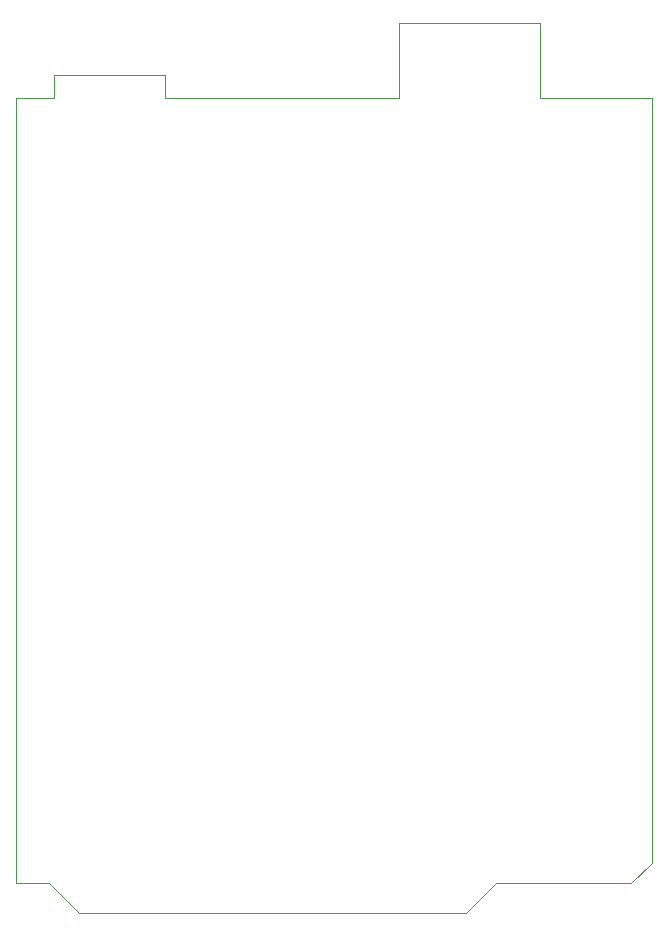
<source format=gbr>
%TF.GenerationSoftware,KiCad,Pcbnew,7.0.10*%
%TF.CreationDate,2024-01-11T23:08:57+05:30*%
%TF.ProjectId,rp2040-basic-m1,72703230-3430-42d6-9261-7369632d6d31,rev?*%
%TF.SameCoordinates,Original*%
%TF.FileFunction,Other,User*%
%FSLAX46Y46*%
G04 Gerber Fmt 4.6, Leading zero omitted, Abs format (unit mm)*
G04 Created by KiCad (PCBNEW 7.0.10) date 2024-01-11 23:08:57*
%MOMM*%
%LPD*%
G01*
G04 APERTURE LIST*
%ADD10C,0.050000*%
G04 APERTURE END LIST*
D10*
%TO.C,REF\u002A\u002A*%
X229120000Y-112245000D02*
X261890000Y-112245000D01*
X261890000Y-112245000D02*
X264430000Y-109705000D01*
X223790000Y-109705000D02*
X226580000Y-109705000D01*
X226580000Y-109705000D02*
X229120000Y-112245000D01*
X264430000Y-109705000D02*
X275860000Y-109705000D01*
X275860000Y-109705000D02*
X277630000Y-107935000D01*
X277630000Y-107935000D02*
X277630000Y-43165000D01*
X223790000Y-43165000D02*
X223790000Y-109705000D01*
X226960000Y-43165000D02*
X223790000Y-43165000D01*
X236360000Y-43165000D02*
X236360000Y-41255000D01*
X256170000Y-43165000D02*
X236360000Y-43165000D01*
X268110000Y-43165000D02*
X268110000Y-36815000D01*
X277630000Y-43165000D02*
X268110000Y-43165000D01*
X226960000Y-41255000D02*
X226960000Y-43165000D01*
X236360000Y-41255000D02*
X226960000Y-41255000D01*
X256170000Y-36815000D02*
X256170000Y-43165000D01*
X268110000Y-36815000D02*
X256170000Y-36815000D01*
%TD*%
M02*

</source>
